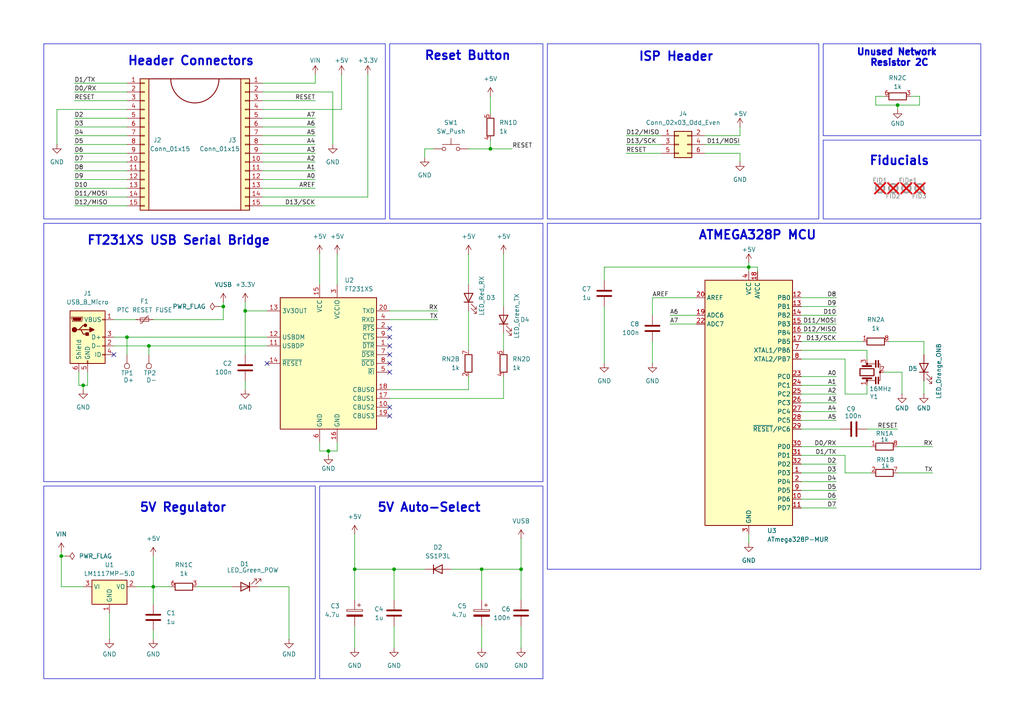
<source format=kicad_sch>
(kicad_sch (version 20250114) (generator "eeschema") (generator_version "9.0")
  (paper "A4")
  (lib_symbols
    (symbol "Connector:TestPoint" (pin_numbers (hide yes)) (pin_names (offset 0.762) (hide yes))
      (property "Reference" "TP" (at 0 6.858 0))
      (property "Value" "TestPoint" (at 0 5.08 0))
      (symbol "TestPoint_1_1"
        (pin passive line (at 0 0 90) (length 2.54) (name "1") (number "1"))
      )
    )
    (symbol "Connector:USB_B_Micro" (pin_names (offset 1.016))
      (property "Reference" "J" (at -5.08 11.43 0))
      (property "Value" "USB_B_Micro" (at -5.08 8.89 0))
      (symbol "USB_B_Micro_1_1"
        (pin passive line (at -2.54 -10.16 90) (length 2.54) (name "Shield") (number "6"))
        (pin power_out line (at 0 -10.16 90) (length 2.54) (name "GND") (number "5"))
        (pin power_out line (at 7.62 5.08 180) (length 2.54) (name "VBUS") (number "1"))
        (pin bidirectional line (at 7.62 0 180) (length 2.54) (name "D+") (number "3"))
        (pin bidirectional line (at 7.62 -2.54 180) (length 2.54) (name "D-") (number "2"))
        (pin passive line (at 7.62 -5.08 180) (length 2.54) (name "ID") (number "4"))
      )
    )
    (symbol "Connector_Generic:Conn_01x15" (pin_names (offset 1.016) (hide yes))
      (property "Reference" "J" (at 0 20.32 0))
      (property "Value" "Conn_01x15" (at 0 -20.32 0))
      (symbol "Conn_01x15_1_1"
        (pin passive line (at -5.08 17.78 0) (length 3.81) (name "Pin_1") (number "1"))
        (pin passive line (at -5.08 15.24 0) (length 3.81) (name "Pin_2") (number "2"))
        (pin passive line (at -5.08 12.7 0) (length 3.81) (name "Pin_3") (number "3"))
        (pin passive line (at -5.08 10.16 0) (length 3.81) (name "Pin_4") (number "4"))
        (pin passive line (at -5.08 7.62 0) (length 3.81) (name "Pin_5") (number "5"))
        (pin passive line (at -5.08 5.08 0) (length 3.81) (name "Pin_6") (number "6"))
        (pin passive line (at -5.08 2.54 0) (length 3.81) (name "Pin_7") (number "7"))
        (pin passive line (at -5.08 0 0) (length 3.81) (name "Pin_8") (number "8"))
        (pin passive line (at -5.08 -2.54 0) (length 3.81) (name "Pin_9") (number "9"))
        (pin passive line (at -5.08 -5.08 0) (length 3.81) (name "Pin_10") (number "10"))
        (pin passive line (at -5.08 -7.62 0) (length 3.81) (name "Pin_11") (number "11"))
        (pin passive line (at -5.08 -10.16 0) (length 3.81) (name "Pin_12") (number "12"))
        (pin passive line (at -5.08 -12.7 0) (length 3.81) (name "Pin_13") (number "13"))
        (pin passive line (at -5.08 -15.24 0) (length 3.81) (name "Pin_14") (number "14"))
        (pin passive line (at -5.08 -17.78 0) (length 3.81) (name "Pin_15") (number "15"))
      )
    )
    (symbol "Connector_Generic:Conn_02x03_Odd_Even" (pin_names (offset 1.016) (hide yes))
      (property "Reference" "J" (at 1.27 5.08 0))
      (property "Value" "Conn_02x03_Odd_Even" (at 1.27 -5.08 0))
      (symbol "Conn_02x03_Odd_Even_1_1"
        (pin passive line (at -5.08 2.54 0) (length 3.81) (name "Pin_1") (number "1"))
        (pin passive line (at -5.08 0 0) (length 3.81) (name "Pin_3") (number "3"))
        (pin passive line (at -5.08 -2.54 0) (length 3.81) (name "Pin_5") (number "5"))
        (pin passive line (at 7.62 2.54 180) (length 3.81) (name "Pin_2") (number "2"))
        (pin passive line (at 7.62 0 180) (length 3.81) (name "Pin_4") (number "4"))
        (pin passive line (at 7.62 -2.54 180) (length 3.81) (name "Pin_6") (number "6"))
      )
    )
    (symbol "Device:C" (pin_numbers (hide yes)) (pin_names (offset 0.254))
      (property "Reference" "C" (at 0.635 2.54 0))
      (property "Value" "C" (at 0.635 -2.54 0))
      (symbol "C_1_1"
        (pin passive line (at 0 3.81 270) (length 2.794) (name "~") (number "1"))
        (pin passive line (at 0 -3.81 90) (length 2.794) (name "~") (number "2"))
      )
    )
    (symbol "Device:C_Polarized" (pin_numbers (hide yes)) (pin_names (offset 0.254))
      (property "Reference" "C" (at 0.635 2.54 0))
      (property "Value" "C_Polarized" (at 0.635 -2.54 0))
      (symbol "C_Polarized_1_1"
        (pin passive line (at 0 3.81 270) (length 2.794) (name "~") (number "1"))
        (pin passive line (at 0 -3.81 90) (length 2.794) (name "~") (number "2"))
      )
    )
    (symbol "Device:D" (pin_numbers (hide yes)) (pin_names (offset 1.016) (hide yes))
      (property "Reference" "D" (at 0 2.54 0))
      (property "Value" "D" (at 0 -2.54 0))
      (symbol "D_1_1"
        (pin passive line (at -3.81 0 0) (length 2.54) (name "K") (number "1"))
        (pin passive line (at 3.81 0 180) (length 2.54) (name "A") (number "2"))
      )
    )
    (symbol "Device:LED" (pin_numbers (hide yes)) (pin_names (offset 1.016) (hide yes))
      (property "Reference" "D" (at 0 2.54 0))
      (property "Value" "LED" (at 0 -2.54 0))
      (symbol "LED_1_1"
        (pin passive line (at -3.81 0 0) (length 2.54) (name "K") (number "1"))
        (pin passive line (at 3.81 0 180) (length 2.54) (name "A") (number "2"))
      )
    )
    (symbol "Device:Polyfuse_Small" (pin_numbers (hide yes)) (pin_names (offset 0))
      (property "Reference" "F" (at -1.905 0 90))
      (property "Value" "Polyfuse_Small" (at 1.905 0 90))
      (symbol "Polyfuse_Small_1_1"
        (pin passive line (at 0 2.54 270) (length 0.635) (name "~") (number "1"))
        (pin passive line (at 0 -2.54 90) (length 0.635) (name "~") (number "2"))
      )
    )
    (symbol "Device:R_Pack04_Split" (pin_names (offset 0) (hide yes))
      (property "Reference" "RN" (at 2.032 0 90))
      (property "Value" "R_Pack04_Split" (at 0 0 90))
      (symbol "R_Pack04_Split_1_1"
        (pin passive line (at 0 3.81 270) (length 1.27) (name "R1.2") (number "8"))
        (pin passive line (at 0 -3.81 90) (length 1.27) (name "R1.1") (number "1"))
      )
      (symbol "R_Pack04_Split_2_1"
        (pin passive line (at 0 3.81 270) (length 1.27) (name "R2.2") (number "7"))
        (pin passive line (at 0 -3.81 90) (length 1.27) (name "R2.1") (number "2"))
      )
      (symbol "R_Pack04_Split_3_1"
        (pin passive line (at 0 3.81 270) (length 1.27) (name "R3.2") (number "6"))
        (pin passive line (at 0 -3.81 90) (length 1.27) (name "R3.1") (number "3"))
      )
      (symbol "R_Pack04_Split_4_1"
        (pin passive line (at 0 3.81 270) (length 1.27) (name "R4.2") (number "5"))
        (pin passive line (at 0 -3.81 90) (length 1.27) (name "R4.1") (number "4"))
      )
    )
    (symbol "Device:Resonator" (pin_names (offset 1.016) (hide yes))
      (property "Reference" "Y" (at 0 5.715 0))
      (property "Value" "Resonator" (at 0 3.81 0))
      (symbol "Resonator_1_1"
        (pin passive line (at -3.81 0 0) (length 1.27) (name "1") (number "1"))
        (pin passive line (at 0 -5.08 90) (length 1.27) (name "2") (number "2"))
        (pin passive line (at 3.81 0 180) (length 1.27) (name "3") (number "3"))
      )
    )
    (symbol "Interface_USB:FT231XS"
      (property "Reference" "U" (at -13.97 20.32 0))
      (property "Value" "FT231XS" (at 7.62 20.32 0))
      (symbol "FT231XS_1_1"
        (pin power_out line (at -17.78 15.24 0) (length 3.81) (name "3V3OUT") (number "13"))
        (pin bidirectional line (at -17.78 7.62 0) (length 3.81) (name "USBDM") (number "12"))
        (pin bidirectional line (at -17.78 5.08 0) (length 3.81) (name "USBDP") (number "11"))
        (pin input line (at -17.78 0 0) (length 3.81) (name "~{RESET}") (number "14"))
        (pin power_in line (at -2.54 22.86 270) (length 3.81) (name "VCC") (number "15"))
        (pin power_in line (at -2.54 -22.86 90) (length 3.81) (name "GND") (number "6"))
        (pin power_in line (at 2.54 22.86 270) (length 3.81) (name "VCCIO") (number "3"))
        (pin power_in line (at 2.54 -22.86 90) (length 3.81) (name "GND") (number "16"))
        (pin output line (at 17.78 15.24 180) (length 3.81) (name "TXD") (number "20"))
        (pin input line (at 17.78 12.7 180) (length 3.81) (name "RXD") (number "4"))
        (pin output line (at 17.78 10.16 180) (length 3.81) (name "~{RTS}") (number "2"))
        (pin input line (at 17.78 7.62 180) (length 3.81) (name "~{CTS}") (number "9"))
        (pin output line (at 17.78 5.08 180) (length 3.81) (name "~{DTR}") (number "1"))
        (pin input line (at 17.78 2.54 180) (length 3.81) (name "~{DSR}") (number "7"))
        (pin input line (at 17.78 0 180) (length 3.81) (name "~{DCD}") (number "8"))
        (pin input line (at 17.78 -2.54 180) (length 3.81) (name "~{RI}") (number "5"))
        (pin bidirectional line (at 17.78 -7.62 180) (length 3.81) (name "CBUS0") (number "18"))
        (pin bidirectional line (at 17.78 -10.16 180) (length 3.81) (name "CBUS1") (number "17"))
        (pin bidirectional line (at 17.78 -12.7 180) (length 3.81) (name "CBUS2") (number "10"))
        (pin bidirectional line (at 17.78 -15.24 180) (length 3.81) (name "CBUS3") (number "19"))
      )
    )
    (symbol "MCU_Microchip_ATmega:ATmega328P-M"
      (property "Reference" "U" (at -12.7 36.83 0))
      (property "Value" "ATmega328P-M" (at 2.54 -36.83 0))
      (symbol "ATmega328P-M_1_1"
        (pin passive line (at -15.24 30.48 0) (length 2.54) (name "AREF") (number "20"))
        (pin input line (at -15.24 25.4 0) (length 2.54) (name "ADC6") (number "19"))
        (pin input line (at -15.24 22.86 0) (length 2.54) (name "ADC7") (number "22"))
        (pin power_in line (at 0 38.1 270) (length 2.54) (name "VCC") (number "4"))
        (pin passive line (at 0 38.1 270) (length 2.54) (hide yes) (name "VCC") (number "6"))
        (pin passive line (at 0 -38.1 90) (length 2.54) (hide yes) (name "GND") (number "21"))
        (pin power_in line (at 0 -38.1 90) (length 2.54) (name "GND") (number "3"))
        (pin passive line (at 0 -38.1 90) (length 2.54) (hide yes) (name "GND") (number "33"))
        (pin passive line (at 0 -38.1 90) (length 2.54) (hide yes) (name "GND") (number "5"))
        (pin power_in line (at 2.54 38.1 270) (length 2.54) (name "AVCC") (number "18"))
        (pin bidirectional line (at 15.24 30.48 180) (length 2.54) (name "PB0") (number "12"))
        (pin bidirectional line (at 15.24 27.94 180) (length 2.54) (name "PB1") (number "13"))
        (pin bidirectional line (at 15.24 25.4 180) (length 2.54) (name "PB2") (number "14"))
        (pin bidirectional line (at 15.24 22.86 180) (length 2.54) (name "PB3") (number "15"))
        (pin bidirectional line (at 15.24 20.32 180) (length 2.54) (name "PB4") (number "16"))
        (pin bidirectional line (at 15.24 17.78 180) (length 2.54) (name "PB5") (number "17"))
        (pin bidirectional line (at 15.24 15.24 180) (length 2.54) (name "XTAL1/PB6") (number "7"))
        (pin bidirectional line (at 15.24 12.7 180) (length 2.54) (name "XTAL2/PB7") (number "8"))
        (pin bidirectional line (at 15.24 7.62 180) (length 2.54) (name "PC0") (number "23"))
        (pin bidirectional line (at 15.24 5.08 180) (length 2.54) (name "PC1") (number "24"))
        (pin bidirectional line (at 15.24 2.54 180) (length 2.54) (name "PC2") (number "25"))
        (pin bidirectional line (at 15.24 0 180) (length 2.54) (name "PC3") (number "26"))
        (pin bidirectional line (at 15.24 -2.54 180) (length 2.54) (name "PC4") (number "27"))
        (pin bidirectional line (at 15.24 -5.08 180) (length 2.54) (name "PC5") (number "28"))
        (pin bidirectional line (at 15.24 -7.62 180) (length 2.54) (name "~{RESET}/PC6") (number "29"))
        (pin bidirectional line (at 15.24 -12.7 180) (length 2.54) (name "PD0") (number "30"))
        (pin bidirectional line (at 15.24 -15.24 180) (length 2.54) (name "PD1") (number "31"))
        (pin bidirectional line (at 15.24 -17.78 180) (length 2.54) (name "PD2") (number "32"))
        (pin bidirectional line (at 15.24 -20.32 180) (length 2.54) (name "PD3") (number "1"))
        (pin bidirectional line (at 15.24 -22.86 180) (length 2.54) (name "PD4") (number "2"))
        (pin bidirectional line (at 15.24 -25.4 180) (length 2.54) (name "PD5") (number "9"))
        (pin bidirectional line (at 15.24 -27.94 180) (length 2.54) (name "PD6") (number "10"))
        (pin bidirectional line (at 15.24 -30.48 180) (length 2.54) (name "PD7") (number "11"))
      )
    )
    (symbol "Mechanical:Fiducial" (in_bom no)
      (property "Reference" "FID" (at 0 5.08 0))
      (property "Value" "Fiducial" (at 0 3.175 0))
    )
    (symbol "Regulator_Linear:LM1117MP-5.0"
      (property "Reference" "U" (at -3.81 3.175 0))
      (property "Value" "LM1117MP-5.0" (at 0 3.175 0))
      (symbol "LM1117MP-5.0_1_1"
        (pin power_in line (at -7.62 0 0) (length 2.54) (name "VI") (number "3"))
        (pin power_in line (at 0 -7.62 90) (length 2.54) (name "GND") (number "1"))
        (pin power_out line (at 7.62 0 180) (length 2.54) (name "VO") (number "2"))
      )
    )
    (symbol "Switch:SW_Push" (pin_numbers (hide yes)) (pin_names (offset 1.016) (hide yes))
      (property "Reference" "SW" (at 1.27 2.54 0))
      (property "Value" "SW_Push" (at 0 -1.524 0))
      (symbol "SW_Push_0_1"
        (pin passive line (at -5.08 0 0) (length 2.54) (name "1") (number "1"))
        (pin passive line (at 5.08 0 180) (length 2.54) (name "2") (number "2"))
      )
    )
    (symbol "power:+3.3V" (power) (pin_numbers (hide yes)) (pin_names (offset 0) (hide yes))
      (property "Value" "+3.3V" (at 0 3.556 0))
      (symbol "+3.3V_1_1"
        (pin power_in line (at 0 0 90) (length 0) (name "~") (number "1"))
      )
    )
    (symbol "power:+5V" (power) (pin_numbers (hide yes)) (pin_names (offset 0) (hide yes))
      (property "Value" "+5V" (at 0 3.556 0))
      (symbol "+5V_1_1"
        (pin power_in line (at 0 0 90) (length 0) (name "~") (number "1"))
      )
    )
    (symbol "power:GND" (power) (pin_numbers (hide yes)) (pin_names (offset 0) (hide yes))
      (property "Value" "GND" (at 0 -3.81 0))
      (symbol "GND_1_1"
        (pin power_in line (at 0 0 270) (length 0) (name "~") (number "1"))
      )
    )
    (symbol "power:PWR_FLAG" (power) (pin_numbers (hide yes)) (pin_names (offset 0) (hide yes))
      (property "Value" "PWR_FLAG" (at 0 3.81 0))
      (symbol "PWR_FLAG_0_0"
        (pin power_out line (at 0 0 90) (length 0) (name "~") (number "1"))
      )
    )
    (symbol "power:VAA" (power) (pin_numbers (hide yes)) (pin_names (offset 0) (hide yes))
      (property "Value" "VAA" (at 0 3.556 0))
      (symbol "VAA_1_1"
        (pin power_in line (at 0 0 90) (length 0) (name "~") (number "1"))
      )
    )
    (symbol "power:VBUS" (power) (pin_numbers (hide yes)) (pin_names (offset 0) (hide yes))
      (property "Value" "VBUS" (at 0 3.556 0))
      (symbol "VBUS_1_1"
        (pin power_in line (at 0 0 90) (length 0) (name "~") (number "1"))
      )
    )
  )
  (rectangle (start 158.75 64.77) (end 284.48 165.1))
  (rectangle (start 12.7 12.7) (end 111.76 63.5))
  (rectangle (start 238.76 12.7) (end 284.48 39.37))
  (arc (start 63.5 22.86) (mid 56.515 29.845) (end 49.53 22.86) (stroke (width 0.254) (color 132 0 0 1)))
  (rectangle (start 238.76 40.64) (end 284.48 63.5))
  (rectangle (start 113.03 12.7) (end 157.48 63.5))
  (rectangle (start 12.7 64.77) (end 157.48 139.7))
  (rectangle (start 158.75 12.7) (end 237.49 63.5))
  (rectangle (start 92.71 140.97) (end 157.48 196.85))
  (rectangle (start 12.7 140.97) (end 91.44 196.85))
  (text "Header Connectors" (at 55.372 17.78 0) (effects (font (size 2.54 2.54) (thickness 0.508) (bold yes))))
  (text "ATMEGA328P MCU" (at 219.71 68.326 0) (effects (font (size 2.54 2.54) (thickness 0.508) (bold yes))))
  (text "5V Auto-Select" (at 124.46 147.32 0) (effects (font (size 2.54 2.54) (thickness 0.508) (bold yes))))
  (text "FT231XS USB Serial Bridge" (at 51.816 69.85 0) (effects (font (size 2.54 2.54) (thickness 0.508) (bold yes))))
  (text "ISP Header" (at 196.088 16.51 0) (effects (font (size 2.54 2.54) (thickness 0.508) (bold yes))))
  (text "5V Regulator" (at 53.086 147.32 0) (effects (font (size 2.54 2.54) (thickness 0.508) (bold yes))))
  (text "Reset Button" (at 135.636 16.256 0) (effects (font (size 2.54 2.54) (thickness 0.508) (bold yes))))
  (text "Fiducials\n" (at 260.858 46.736 0) (effects (font (size 2.54 2.54) (thickness 0.508) (bold yes))))
  (text "Unused Network \nResistor 2C" (at 260.858 16.764 0) (effects (font (size 1.905 1.905) (thickness 0.508) (bold yes))))
  (junction (at 260.35 30.48))
  (junction (at 151.13 165.1))
  (junction (at 43.18 100.33))
  (junction (at 114.3 165.1))
  (junction (at 142.24 43.18))
  (junction (at 44.45 170.18))
  (junction (at 71.12 90.17))
  (junction (at 217.17 77.47))
  (junction (at 17.78 161.29))
  (junction (at 139.7 165.1))
  (junction (at 24.13 111.76))
  (junction (at 102.87 165.1))
  (junction (at 64.77 88.9))
  (junction (at 36.83 97.79))
  (junction (at 95.25 130.81))
  (no_connect (at 113.03 105.41))
  (no_connect (at 77.47 105.41))
  (no_connect (at 113.03 97.79))
  (no_connect (at 113.03 102.87))
  (no_connect (at 113.03 107.95))
  (no_connect (at 33.02 102.87))
  (no_connect (at 113.03 118.11))
  (no_connect (at 113.03 120.65))
  (no_connect (at 113.03 100.33))
  (no_connect (at 113.03 95.25))
  (wire (pts (xy 44.45 170.18) (xy 44.45 175.26)))
  (wire (pts (xy 44.45 185.42) (xy 44.45 182.88)))
  (wire (pts (xy 21.59 52.07) (xy 36.83 52.07)))
  (wire (pts (xy 243.84 124.46) (xy 232.41 124.46)))
  (wire (pts (xy 251.46 101.6) (xy 251.46 104.14)))
  (wire (pts (xy 142.24 43.18) (xy 142.24 40.64)))
  (wire (pts (xy 201.93 93.98) (xy 194.31 93.98)))
  (wire (pts (xy 76.2 57.15) (xy 106.68 57.15)))
  (wire (pts (xy 22.86 111.76) (xy 24.13 111.76)))
  (wire (pts (xy 232.41 88.9) (xy 242.57 88.9)))
  (wire (pts (xy 245.11 114.3) (xy 251.46 114.3)))
  (wire (pts (xy 91.44 24.13) (xy 91.44 21.59)))
  (wire (pts (xy 95.25 130.81) (xy 97.79 130.81)))
  (wire (pts (xy 232.41 139.7) (xy 242.57 139.7)))
  (wire (pts (xy 97.79 73.66) (xy 97.79 82.55)))
  (wire (pts (xy 135.89 73.66) (xy 135.89 82.55)))
  (wire (pts (xy 260.35 31.75) (xy 260.35 30.48)))
  (wire (pts (xy 214.63 46.99) (xy 214.63 44.45)))
  (wire (pts (xy 16.51 31.75) (xy 36.83 31.75)))
  (wire (pts (xy 232.41 147.32) (xy 242.57 147.32)))
  (wire (pts (xy 151.13 173.99) (xy 151.13 165.1)))
  (wire (pts (xy 102.87 154.94) (xy 102.87 165.1)))
  (wire (pts (xy 260.35 137.16) (xy 270.51 137.16)))
  (wire (pts (xy 232.41 104.14) (xy 245.11 104.14)))
  (wire (pts (xy 123.19 43.18) (xy 125.73 43.18)))
  (wire (pts (xy 21.59 39.37) (xy 36.83 39.37)))
  (wire (pts (xy 57.15 170.18) (xy 67.31 170.18)))
  (wire (pts (xy 146.05 115.57) (xy 146.05 109.22)))
  (wire (pts (xy 189.23 86.36) (xy 189.23 91.44)))
  (wire (pts (xy 99.06 31.75) (xy 99.06 21.59)))
  (wire (pts (xy 266.7 30.48) (xy 260.35 30.48)))
  (wire (pts (xy 44.45 161.29) (xy 44.45 170.18)))
  (wire (pts (xy 76.2 44.45) (xy 91.44 44.45)))
  (wire (pts (xy 251.46 114.3) (xy 251.46 111.76)))
  (wire (pts (xy 245.11 104.14) (xy 245.11 114.3)))
  (wire (pts (xy 232.41 137.16) (xy 242.57 137.16)))
  (wire (pts (xy 191.77 39.37) (xy 181.61 39.37)))
  (wire (pts (xy 76.2 52.07) (xy 91.44 52.07)))
  (wire (pts (xy 260.35 30.48) (xy 254 30.48)))
  (wire (pts (xy 102.87 165.1) (xy 114.3 165.1)))
  (wire (pts (xy 217.17 154.94) (xy 217.17 157.48)))
  (wire (pts (xy 21.59 41.91) (xy 36.83 41.91)))
  (wire (pts (xy 232.41 142.24) (xy 242.57 142.24)))
  (wire (pts (xy 260.35 129.54) (xy 270.51 129.54)))
  (wire (pts (xy 76.2 34.29) (xy 91.44 34.29)))
  (wire (pts (xy 64.77 88.9) (xy 64.77 92.71)))
  (wire (pts (xy 33.02 92.71) (xy 39.37 92.71)))
  (wire (pts (xy 91.44 46.99) (xy 76.2 46.99)))
  (wire (pts (xy 232.41 114.3) (xy 242.57 114.3)))
  (wire (pts (xy 21.59 44.45) (xy 36.83 44.45)))
  (wire (pts (xy 76.2 41.91) (xy 91.44 41.91)))
  (wire (pts (xy 63.5 88.9) (xy 64.77 88.9)))
  (wire (pts (xy 21.59 24.13) (xy 36.83 24.13)))
  (wire (pts (xy 135.89 113.03) (xy 135.89 109.22)))
  (wire (pts (xy 76.2 39.37) (xy 91.44 39.37)))
  (wire (pts (xy 24.13 111.76) (xy 24.13 113.03)))
  (wire (pts (xy 36.83 46.99) (xy 21.59 46.99)))
  (wire (pts (xy 16.51 31.75) (xy 16.51 41.91)))
  (wire (pts (xy 151.13 181.61) (xy 151.13 187.96)))
  (wire (pts (xy 266.7 27.94) (xy 264.16 27.94)))
  (wire (pts (xy 92.71 130.81) (xy 92.71 128.27)))
  (wire (pts (xy 113.03 113.03) (xy 135.89 113.03)))
  (wire (pts (xy 83.82 170.18) (xy 83.82 185.42)))
  (wire (pts (xy 232.41 144.78) (xy 242.57 144.78)))
  (wire (pts (xy 232.41 121.92) (xy 242.57 121.92)))
  (wire (pts (xy 217.17 77.47) (xy 217.17 76.2)))
  (wire (pts (xy 204.47 41.91) (xy 214.63 41.91)))
  (wire (pts (xy 254 27.94) (xy 256.54 27.94)))
  (wire (pts (xy 114.3 165.1) (xy 123.19 165.1)))
  (wire (pts (xy 217.17 77.47) (xy 219.71 77.47)))
  (wire (pts (xy 64.77 92.71) (xy 44.45 92.71)))
  (wire (pts (xy 19.05 161.29) (xy 17.78 161.29)))
  (wire (pts (xy 175.26 88.9) (xy 175.26 105.41)))
  (wire (pts (xy 33.02 100.33) (xy 43.18 100.33)))
  (wire (pts (xy 127 90.17) (xy 113.03 90.17)))
  (wire (pts (xy 22.86 107.95) (xy 22.86 111.76)))
  (wire (pts (xy 36.83 97.79) (xy 77.47 97.79)))
  (wire (pts (xy 142.24 43.18) (xy 148.59 43.18)))
  (wire (pts (xy 261.62 107.95) (xy 261.62 114.3)))
  (wire (pts (xy 232.41 91.44) (xy 242.57 91.44)))
  (wire (pts (xy 71.12 90.17) (xy 71.12 102.87)))
  (wire (pts (xy 146.05 96.52) (xy 146.05 101.6)))
  (wire (pts (xy 232.41 86.36) (xy 242.57 86.36)))
  (wire (pts (xy 31.75 177.8) (xy 31.75 185.42)))
  (wire (pts (xy 21.59 36.83) (xy 36.83 36.83)))
  (wire (pts (xy 21.59 29.21) (xy 36.83 29.21)))
  (wire (pts (xy 232.41 119.38) (xy 242.57 119.38)))
  (wire (pts (xy 17.78 170.18) (xy 17.78 161.29)))
  (wire (pts (xy 76.2 26.67) (xy 96.52 26.67)))
  (wire (pts (xy 123.19 43.18) (xy 123.19 45.72)))
  (wire (pts (xy 25.4 107.95) (xy 25.4 111.76)))
  (wire (pts (xy 232.41 111.76) (xy 242.57 111.76)))
  (wire (pts (xy 24.13 170.18) (xy 17.78 170.18)))
  (wire (pts (xy 267.97 102.87) (xy 267.97 99.06)))
  (wire (pts (xy 175.26 77.47) (xy 217.17 77.47)))
  (wire (pts (xy 232.41 129.54) (xy 252.73 129.54)))
  (wire (pts (xy 21.59 54.61) (xy 36.83 54.61)))
  (wire (pts (xy 76.2 36.83) (xy 91.44 36.83)))
  (wire (pts (xy 92.71 130.81) (xy 95.25 130.81)))
  (wire (pts (xy 76.2 59.69) (xy 91.44 59.69)))
  (wire (pts (xy 44.45 170.18) (xy 49.53 170.18)))
  (wire (pts (xy 232.41 99.06) (xy 250.19 99.06)))
  (wire (pts (xy 135.89 43.18) (xy 142.24 43.18)))
  (wire (pts (xy 43.18 100.33) (xy 77.47 100.33)))
  (wire (pts (xy 130.81 165.1) (xy 139.7 165.1)))
  (wire (pts (xy 71.12 87.63) (xy 71.12 90.17)))
  (wire (pts (xy 76.2 29.21) (xy 91.44 29.21)))
  (wire (pts (xy 175.26 81.28) (xy 175.26 77.47)))
  (wire (pts (xy 21.59 34.29) (xy 36.83 34.29)))
  (wire (pts (xy 214.63 44.45) (xy 204.47 44.45)))
  (wire (pts (xy 201.93 86.36) (xy 189.23 86.36)))
  (wire (pts (xy 245.11 137.16) (xy 245.11 132.08)))
  (wire (pts (xy 43.18 100.33) (xy 43.18 102.87)))
  (wire (pts (xy 97.79 128.27) (xy 97.79 130.81)))
  (wire (pts (xy 76.2 54.61) (xy 91.44 54.61)))
  (wire (pts (xy 232.41 101.6) (xy 251.46 101.6)))
  (wire (pts (xy 39.37 170.18) (xy 44.45 170.18)))
  (wire (pts (xy 21.59 26.67) (xy 36.83 26.67)))
  (wire (pts (xy 102.87 181.61) (xy 102.87 187.96)))
  (wire (pts (xy 254 30.48) (xy 254 27.94)))
  (polyline (pts (xy 43.18 60.96) (xy 69.85 60.96)) (stroke (width 0.254) (type solid) (color 132 0 0 1)))
  (wire (pts (xy 232.41 109.22) (xy 242.57 109.22)))
  (wire (pts (xy 189.23 99.06) (xy 189.23 105.41)))
  (polyline (pts (xy 43.18 22.86) (xy 69.85 22.86)) (stroke (width 0.254) (type solid) (color 132 0 0 1)))
  (wire (pts (xy 267.97 99.06) (xy 257.81 99.06)))
  (wire (pts (xy 151.13 156.21) (xy 151.13 165.1)))
  (wire (pts (xy 21.59 59.69) (xy 36.83 59.69)))
  (wire (pts (xy 96.52 26.67) (xy 96.52 41.91)))
  (wire (pts (xy 74.93 170.18) (xy 83.82 170.18)))
  (wire (pts (xy 267.97 110.49) (xy 267.97 114.3)))
  (wire (pts (xy 232.41 116.84) (xy 242.57 116.84)))
  (wire (pts (xy 33.02 97.79) (xy 36.83 97.79)))
  (wire (pts (xy 232.41 93.98) (xy 242.57 93.98)))
  (wire (pts (xy 217.17 78.74) (xy 217.17 77.47)))
  (wire (pts (xy 146.05 73.66) (xy 146.05 88.9)))
  (wire (pts (xy 232.41 96.52) (xy 242.57 96.52)))
  (wire (pts (xy 36.83 97.79) (xy 36.83 102.87)))
  (wire (pts (xy 191.77 41.91) (xy 181.61 41.91)))
  (wire (pts (xy 219.71 78.74) (xy 219.71 77.47)))
  (wire (pts (xy 245.11 137.16) (xy 252.73 137.16)))
  (wire (pts (xy 76.2 49.53) (xy 91.44 49.53)))
  (wire (pts (xy 71.12 90.17) (xy 77.47 90.17)))
  (wire (pts (xy 151.13 165.1) (xy 139.7 165.1)))
  (wire (pts (xy 21.59 57.15) (xy 36.83 57.15)))
  (wire (pts (xy 24.13 111.76) (xy 25.4 111.76)))
  (wire (pts (xy 181.61 44.45) (xy 191.77 44.45)))
  (wire (pts (xy 232.41 134.62) (xy 242.57 134.62)))
  (wire (pts (xy 17.78 161.29) (xy 17.78 160.02)))
  (wire (pts (xy 214.63 36.83) (xy 214.63 39.37)))
  (wire (pts (xy 139.7 173.99) (xy 139.7 165.1)))
  (wire (pts (xy 95.25 130.81) (xy 95.25 132.08)))
  (wire (pts (xy 214.63 39.37) (xy 204.47 39.37)))
  (wire (pts (xy 92.71 73.66) (xy 92.71 82.55)))
  (wire (pts (xy 71.12 110.49) (xy 71.12 113.03)))
  (wire (pts (xy 102.87 173.99) (xy 102.87 165.1)))
  (wire (pts (xy 127 92.71) (xy 113.03 92.71)))
  (wire (pts (xy 139.7 181.61) (xy 139.7 187.96)))
  (wire (pts (xy 256.54 107.95) (xy 261.62 107.95)))
  (wire (pts (xy 114.3 181.61) (xy 114.3 187.96)))
  (wire (pts (xy 260.35 124.46) (xy 251.46 124.46)))
  (wire (pts (xy 76.2 24.13) (xy 91.44 24.13)))
  (wire (pts (xy 245.11 132.08) (xy 232.41 132.08)))
  (wire (pts (xy 113.03 115.57) (xy 146.05 115.57)))
  (wire (pts (xy 21.59 49.53) (xy 36.83 49.53)))
  (wire (pts (xy 106.68 57.15) (xy 106.68 21.59)))
  (wire (pts (xy 201.93 91.44) (xy 194.31 91.44)))
  (wire (pts (xy 266.7 27.94) (xy 266.7 30.48)))
  (wire (pts (xy 135.89 90.17) (xy 135.89 101.6)))
  (wire (pts (xy 142.24 33.02) (xy 142.24 27.94)))
  (wire (pts (xy 76.2 31.75) (xy 99.06 31.75)))
  (wire (pts (xy 64.77 87.63) (xy 64.77 88.9)))
  (wire (pts (xy 114.3 173.99) (xy 114.3 165.1)))
  (label "D5" (at 21.59 41.91 0) (effects (font (size 1.2446 1.2446))))
  (label "A2" (at 242.57 114.3 180) (effects (font (size 1.2446 1.2446))))
  (label "A1" (at 91.44 49.53 180) (effects (font (size 1.2446 1.2446))))
  (label "RESET" (at 148.59 43.18 0) (effects (font (size 1.2446 1.2446))))
  (label "A6" (at 194.31 91.44 0) (effects (font (size 1.2446 1.2446))))
  (label "A6" (at 91.44 36.83 180) (effects (font (size 1.2446 1.2446))))
  (label "RESET" (at 181.61 44.45 0) (effects (font (size 1.2446 1.2446))))
  (label "D13/SCK" (at 242.57 99.06 180) (effects (font (size 1.2446 1.2446))))
  (label "A5" (at 242.57 121.92 180) (effects (font (size 1.2446 1.2446))))
  (label "D10" (at 242.57 91.44 180) (effects (font (size 1.2446 1.2446))))
  (label "A3" (at 91.44 44.45 180) (effects (font (size 1.2446 1.2446))))
  (label "RX" (at 270.51 129.54 180) (effects (font (size 1.2446 1.2446))))
  (label "A7" (at 91.44 34.29 180) (effects (font (size 1.2446 1.2446))))
  (label "D11/MOSI" (at 242.57 93.98 180) (effects (font (size 1.2446 1.2446))))
  (label "D0/RX" (at 21.59 26.67 0) (effects (font (size 1.2446 1.2446))))
  (label "TX" (at 127 92.71 180) (effects (font (size 1.2446 1.2446))))
  (label "D3" (at 242.57 137.16 180) (effects (font (size 1.2446 1.2446))))
  (label "RESET" (at 21.59 29.21 0) (effects (font (size 1.2446 1.2446))))
  (label "D0/RX" (at 242.57 129.54 180) (effects (font (size 1.2446 1.2446))))
  (label "D2" (at 21.59 34.29 0) (effects (font (size 1.2446 1.2446))))
  (label "A1" (at 242.57 111.76 180) (effects (font (size 1.2446 1.2446))))
  (label "D6" (at 242.57 144.78 180) (effects (font (size 1.2446 1.2446))))
  (label "D12/MISO" (at 21.59 59.69 0) (effects (font (size 1.2446 1.2446))))
  (label "RX" (at 127 90.17 180) (effects (font (size 1.2446 1.2446))))
  (label "A5" (at 91.44 39.37 180) (effects (font (size 1.2446 1.2446))))
  (label "D11/MOSI" (at 214.63 41.91 180) (effects (font (size 1.2446 1.2446))))
  (label "D7" (at 21.59 46.99 0) (effects (font (size 1.2446 1.2446))))
  (label "D10" (at 21.59 54.61 0) (effects (font (size 1.2446 1.2446))))
  (label "D13/SCK" (at 181.61 41.91 0) (effects (font (size 1.2446 1.2446))))
  (label "RESET" (at 260.35 124.46 180) (effects (font (size 1.2446 1.2446))))
  (label "A4" (at 242.57 119.38 180) (effects (font (size 1.2446 1.2446))))
  (label "D1/TX" (at 21.59 24.13 0) (effects (font (size 1.2446 1.2446))))
  (label "AREF" (at 189.23 86.36 0) (effects (font (size 1.2446 1.2446))))
  (label "TX" (at 270.51 137.16 180) (effects (font (size 1.2446 1.2446))))
  (label "D12/MISO" (at 242.57 96.52 180) (effects (font (size 1.2446 1.2446))))
  (label "A0" (at 91.44 52.07 180) (effects (font (size 1.2446 1.2446))))
  (label "D2" (at 242.57 134.62 180) (effects (font (size 1.2446 1.2446))))
  (label "D8" (at 21.59 49.53 0) (effects (font (size 1.2446 1.2446))))
  (label "D9" (at 21.59 52.07 0) (effects (font (size 1.2446 1.2446))))
  (label "D8" (at 242.57 86.36 180) (effects (font (size 1.2446 1.2446))))
  (label "D12/MISO" (at 181.61 39.37 0) (effects (font (size 1.2446 1.2446))))
  (label "A7" (at 194.31 93.98 0) (effects (font (size 1.2446 1.2446))))
  (label "D7" (at 242.57 147.32 180) (effects (font (size 1.2446 1.2446))))
  (label "A3" (at 242.57 116.84 180) (effects (font (size 1.2446 1.2446))))
  (label "A4" (at 91.44 41.91 180) (effects (font (size 1.2446 1.2446))))
  (label "D4" (at 21.59 39.37 0) (effects (font (size 1.2446 1.2446))))
  (label "A0" (at 242.57 109.22 180) (effects (font (size 1.2446 1.2446))))
  (label "D13/SCK" (at 91.44 59.69 180) (effects (font (size 1.2446 1.2446))))
  (label "A2" (at 91.44 46.99 180) (effects (font (size 1.2446 1.2446))))
  (label "AREF" (at 91.44 54.61 180) (effects (font (size 1.2446 1.2446))))
  (label "D9" (at 242.57 88.9 180) (effects (font (size 1.2446 1.2446))))
  (label "D5" (at 242.57 142.24 180) (effects (font (size 1.2446 1.2446))))
  (label "D6" (at 21.59 44.45 0) (effects (font (size 1.2446 1.2446))))
  (label "RESET" (at 91.44 29.21 180) (effects (font (size 1.2446 1.2446))))
  (label "D3" (at 21.59 36.83 0) (effects (font (size 1.2446 1.2446))))
  (label "D4" (at 242.57 139.7 180) (effects (font (size 1.2446 1.2446))))
  (label "D1/TX" (at 242.57 132.08 180) (effects (font (size 1.2446 1.2446))))
  (label "D11/MOSI" (at 21.59 57.15 0) (effects (font (size 1.2446 1.2446))))
  (symbol (lib_id "power:GND") (at 123.19 45.72 0) (mirror y) (unit 1)
    (property "Reference" "#PWR021" (effects (hide yes)))
    (property "Value" "GND" (at 123.19 50.8 0))
    (property "Description" "Power symbol creates a global label with name \"GND\" , ground" (effects (hide yes)))
  )
  (symbol (lib_id "power:+5V") (at 92.71 73.66 0) (unit 1)
    (property "Reference" "#PWR012" (effects (hide yes)))
    (property "Value" "+5V" (at 92.71 68.58 0))
    (property "Description" "Power symbol creates a global label with name \"+5V\"" (effects (hide yes)))
  )
  (symbol (lib_id "power:GND") (at 31.75 185.42 0) (mirror y) (unit 1)
    (property "Reference" "#PWR04" (effects (hide yes)))
    (property "Value" "GND" (at 31.75 189.738 0))
    (property "Description" "Power symbol creates a global label with name \"GND\" , ground" (effects (hide yes)))
  )
  (symbol (lib_id "power:+5V") (at 146.05 73.66 0) (unit 1)
    (property "Reference" "#PWR025" (effects (hide yes)))
    (property "Value" "+5V" (at 146.05 68.58 0))
    (property "Description" "Power symbol creates a global label with name \"+5V\"" (effects (hide yes)))
  )
  (symbol (lib_id "Device:R_Pack04_Split") (at 256.54 137.16 270) (unit 2)
    (property "Reference" "RN1" (at 256.794 133.35 90))
    (property "Value" "1k" (at 256.794 135.128 90))
    (property "Footprint" "Resistor_SMD:R_Cat16-4" (effects (hide yes)))
    (property "Description" "4 resistor network, parallel topology, split" (effects (hide yes)))
  )
  (symbol (lib_id "power:+5V") (at 217.17 76.2 0) (unit 1)
    (property "Reference" "#PWR032" (effects (hide yes)))
    (property "Value" "+5V" (at 217.17 72.39 0))
    (property "Description" "Power symbol creates a global label with name \"+5V\"" (effects (hide yes)))
  )
  (symbol (lib_id "Device:R_Pack04_Split") (at 260.35 27.94 90) (unit 3)
    (property "Reference" "RN2" (at 260.35 22.606 90))
    (property "Value" "1k" (at 260.35 25.146 90))
    (property "Footprint" "Resistor_SMD:R_Cat16-4" (effects (hide yes)))
    (property "Description" "4 resistor network, parallel topology, split" (effects (hide yes)))
  )
  (symbol (lib_id "power:GND") (at 189.23 105.41 0) (mirror y) (unit 1)
    (property "Reference" "#PWR029" (effects (hide yes)))
    (property "Value" "GND" (at 189.23 110.49 0))
    (property "Description" "Power symbol creates a global label with name \"GND\" , ground" (effects (hide yes)))
  )
  (symbol (lib_id "power:+5V") (at 135.89 73.66 0) (unit 1)
    (property "Reference" "#PWR022" (effects (hide yes)))
    (property "Value" "+5V" (at 135.89 68.58 0))
    (property "Description" "Power symbol creates a global label with name \"+5V\"" (effects (hide yes)))
  )
  (symbol (lib_id "Device:R_Pack04_Split") (at 254 99.06 270) (unit 1)
    (property "Reference" "RN2" (at 254 92.71 90))
    (property "Value" "1k" (at 254 95.25 90))
    (property "Footprint" "Resistor_SMD:R_Cat16-4" (effects (hide yes)))
    (property "Description" "4 resistor network, parallel topology, split" (effects (hide yes)))
  )
  (symbol (lib_id "Connector_Generic:Conn_01x15") (at 71.12 41.91 0) (mirror y) (unit 1)
    (property "Reference" "J3" (at 68.58 40.6399 0) (effects (justify left)))
    (property "Value" "Conn_01x15" (at 69.596 43.18 0) (effects (justify left)))
    (property "Footprint" "Connector_PinHeader_2.54mm:PinHeader_1x15_P2.54mm_Vertical" (effects (hide yes)))
    (property "Description" "Generic connector, single row, 01x15, script generated (kicad-library-utils/schlib/autogen/connector/)" (effects (hide yes)))
  )
  (symbol (lib_id "Mechanical:Fiducial") (at 266.7 54.61 0) (mirror x) (unit 1) (in_bom no) (on_board no) (dnp yes)
    (property "Reference" "FID3" (at 264.414 56.896 0) (effects (justify left)))
    (property "Value" "Fiducial" (effects (hide yes)))
    (property "Footprint" "Fiducial:Fiducial_0.75mm_Mask1.5mm" (effects (hide yes)))
    (property "Description" "Fiducial Marker" (effects (hide yes)))
  )
  (symbol (lib_id "power:GND") (at 267.97 114.3 0) (mirror y) (unit 1)
    (property "Reference" "#PWR036" (effects (hide yes)))
    (property "Value" "GND" (at 267.97 118.364 0))
    (property "Description" "Power symbol creates a global label with name \"GND\" , ground" (effects (hide yes)))
  )
  (symbol (lib_id "power:+5V") (at 142.24 27.94 0) (unit 1)
    (property "Reference" "#PWR024" (effects (hide yes)))
    (property "Value" "+5V" (at 142.24 22.86 0))
    (property "Description" "Power symbol creates a global label with name \"+5V\"" (effects (hide yes)))
  )
  (symbol (lib_id "power:+5V") (at 97.79 73.66 0) (unit 1)
    (property "Reference" "#PWR015" (effects (hide yes)))
    (property "Value" "+5V" (at 97.79 68.58 0))
    (property "Description" "Power symbol creates a global label with name \"+5V\"" (effects (hide yes)))
  )
  (symbol (lib_id "Device:C") (at 189.23 95.25 0) (mirror y) (unit 1)
    (property "Reference" "C8" (at 185.42 93.9799 0) (effects (justify left)))
    (property "Value" "100n" (at 185.42 96.5199 0) (effects (justify left)))
    (property "Footprint" "Capacitor_SMD:C_0805_2012Metric_Pad1.18x1.45mm_HandSolder" (effects (hide yes)))
    (property "Description" "Unpolarized capacitor" (effects (hide yes)))
  )
  (symbol (lib_id "power:+3.3V") (at 71.12 87.63 0) (unit 1)
    (property "Reference" "#PWR08" (effects (hide yes)))
    (property "Value" "+3.3V" (at 71.12 82.55 0))
    (property "Description" "Power symbol creates a global label with name \"+3.3V\"" (effects (hide yes)))
  )
  (symbol (lib_id "Device:LED") (at 135.89 86.36 90) (unit 1)
    (property "Reference" "D3" (at 140.97 86.36 90) (effects (justify right)))
    (property "Value" "LED_Red_RX" (at 139.7 80.01 0) (effects (justify right)))
    (property "Footprint" "LED_SMD:LED_0805_2012Metric_Pad1.15x1.40mm_HandSolder" (effects (hide yes)))
    (property "Description" "Light emitting diode" (effects (hide yes)))
    (property "Sim.Pins" "1=K 2=A" (effects (hide yes)))
  )
  (symbol (lib_id "Device:C_Polarized") (at 139.7 177.8 0) (mirror y) (unit 1)
    (property "Reference" "C5" (at 135.382 175.768 0) (effects (justify left)))
    (property "Value" "4.7u" (at 135.382 178.308 0) (effects (justify left)))
    (property "Footprint" "Capacitor_Tantalum_SMD:CP_EIA-3216-18_Kemet-A_HandSolder" (effects (hide yes)))
    (property "Description" "Polarized capacitor" (effects (hide yes)))
  )
  (symbol (lib_id "power:GND") (at 16.51 41.91 0) (unit 1)
    (property "Reference" "#PWR01" (effects (hide yes)))
    (property "Value" "GND" (at 16.51 46.99 0))
    (property "Description" "Power symbol creates a global label with name \"GND\" , ground" (effects (hide yes)))
  )
  (symbol (lib_id "Connector_Generic:Conn_01x15") (at 41.91 41.91 0) (unit 1)
    (property "Reference" "J2" (at 44.45 40.6399 0) (effects (justify left)))
    (property "Value" "Conn_01x15" (at 43.434 43.18 0) (effects (justify left)))
    (property "Footprint" "Connector_PinHeader_2.54mm:PinHeader_1x15_P2.54mm_Vertical" (effects (hide yes)))
    (property "Description" "Generic connector, single row, 01x15, script generated (kicad-library-utils/schlib/autogen/connector/)" (effects (hide yes)))
  )
  (symbol (lib_id "Device:R_Pack04_Split") (at 135.89 105.41 0) (mirror y) (unit 2)
    (property "Reference" "RN2" (at 133.35 104.1399 0) (effects (justify left)))
    (property "Value" "1k" (at 133.35 106.6799 0) (effects (justify left)))
    (property "Footprint" "Resistor_SMD:R_Cat16-4" (effects (hide yes)))
    (property "Description" "4 resistor network, parallel topology, split" (effects (hide yes)))
  )
  (symbol (lib_id "power:+5V") (at 102.87 154.94 0) (unit 1)
    (property "Reference" "#PWR017" (effects (hide yes)))
    (property "Value" "+5V" (at 102.87 149.86 0))
    (property "Description" "Power symbol creates a global label with name \"+5V\"" (effects (hide yes)))
  )
  (symbol (lib_id "Device:C") (at 114.3 177.8 0) (mirror y) (unit 1)
    (property "Reference" "C4" (at 111.252 176.657 0) (effects (justify left)))
    (property "Value" "1u" (at 111.252 179.197 0) (effects (justify left)))
    (property "Footprint" "Capacitor_SMD:C_0805_2012Metric_Pad1.18x1.45mm_HandSolder" (effects (hide yes)))
    (property "Description" "Unpolarized capacitor" (effects (hide yes)))
  )
  (symbol (lib_id "Mechanical:Fiducial") (at 255.27 54.61 0) (unit 1) (in_bom no) (on_board no) (dnp yes)
    (property "Reference" "FID1" (at 252.984 52.324 0) (effects (justify left)))
    (property "Value" "Fiducial" (effects (hide yes)))
    (property "Footprint" "Fiducial:Fiducial_0.75mm_Mask1.5mm" (effects (hide yes)))
    (property "Description" "Fiducial Marker" (effects (hide yes)))
  )
  (symbol (lib_id "power:GND") (at 114.3 187.96 0) (mirror y) (unit 1)
    (property "Reference" "#PWR020" (effects (hide yes)))
    (property "Value" "GND" (at 114.3 193.04 0))
    (property "Description" "Power symbol creates a global label with name \"GND\" , ground" (effects (hide yes)))
  )
  (symbol (lib_id "power:VAA") (at 17.78 160.02 0) (unit 1)
    (property "Reference" "#PWR02" (effects (hide yes)))
    (property "Value" "VIN" (at 17.78 154.94 0))
    (property "Description" "Power symbol creates a global label with name \"VAA\"" (effects (hide yes)))
  )
  (symbol (lib_id "power:GND") (at 261.62 114.3 0) (mirror y) (unit 1)
    (property "Reference" "#PWR035" (effects (hide yes)))
    (property "Value" "GND" (at 261.62 118.364 0))
    (property "Description" "Power symbol creates a global label with name \"GND\" , ground" (effects (hide yes)))
  )
  (symbol (lib_id "Device:C") (at 71.12 106.68 0) (mirror y) (unit 1)
    (property "Reference" "C2" (at 67.31 105.4099 0) (effects (justify left)))
    (property "Value" "100n" (at 67.31 107.9499 0) (effects (justify left)))
    (property "Footprint" "Capacitor_SMD:C_0805_2012Metric_Pad1.18x1.45mm_HandSolder" (effects (hide yes)))
    (property "Description" "Unpolarized capacitor" (effects (hide yes)))
  )
  (symbol (lib_id "power:GND") (at 139.7 187.96 0) (mirror y) (unit 1)
    (property "Reference" "#PWR023" (effects (hide yes)))
    (property "Value" "GND" (at 139.7 193.04 0))
    (property "Description" "Power symbol creates a global label with name \"GND\" , ground" (effects (hide yes)))
  )
  (symbol (lib_id "power:GND") (at 96.52 41.91 0) (unit 1)
    (property "Reference" "#PWR014" (effects (hide yes)))
    (property "Value" "GND" (at 96.52 46.99 0))
    (property "Description" "Power symbol creates a global label with name \"GND\" , ground" (effects (hide yes)))
  )
  (symbol (lib_id "Device:LED") (at 267.97 106.68 90) (unit 1)
    (property "Reference" "D5" (at 263.398 106.934 90) (effects (justify right)))
    (property "Value" "LED_Orange_ONB" (at 272.288 99.568 0) (effects (justify right)))
    (property "Footprint" "LED_SMD:LED_0805_2012Metric_Pad1.15x1.40mm_HandSolder" (effects (hide yes)))
    (property "Description" "Light emitting diode" (effects (hide yes)))
    (property "Sim.Pins" "1=K 2=A" (effects (hide yes)))
  )
  (symbol (lib_id "power:PWR_FLAG") (at 63.5 88.9 90) (unit 1)
    (property "Reference" "#FLG02" (effects (hide yes)))
    (property "Value" "PWR_FLAG" (at 59.69 88.9001 90) (effects (justify left)))
    (property "Description" "Special symbol for telling ERC where power comes from" (effects (hide yes)))
  )
  (symbol (lib_id "Mechanical:Fiducial") (at 259.08 54.61 0) (mirror x) (unit 1) (in_bom no) (on_board no) (dnp yes)
    (property "Reference" "FID2" (at 256.794 56.896 0) (effects (justify left)))
    (property "Value" "Fiducial" (effects (hide yes)))
    (property "Footprint" "Fiducial:Fiducial_0.75mm_Mask1.5mm" (effects (hide yes)))
    (property "Description" "Fiducial Marker" (effects (hide yes)))
  )
  (symbol (lib_id "Regulator_Linear:LM1117MP-5.0") (at 31.75 170.18 0) (unit 1)
    (property "Reference" "U1" (at 31.75 163.83 0))
    (property "Value" "LM1117MP-5.0" (at 31.75 166.37 0))
    (property "Footprint" "Package_TO_SOT_SMD:SOT-223-3_TabPin2" (effects (hide yes)))
    (property "Datasheet" "http://www.ti.com/lit/ds/symlink/lm1117.pdf" (effects (hide yes)))
    (property "Description" "800mA Low-Dropout Linear Regulator, 5.0V fixed output, SOT-223" (effects (hide yes)))
  )
  (symbol (lib_id "Device:LED") (at 146.05 92.71 90) (unit 1)
    (property "Reference" "D4" (at 150.876 92.71 90) (effects (justify right)))
    (property "Value" "LED_Green_TX" (at 149.86 85.09 0) (effects (justify right)))
    (property "Footprint" "LED_SMD:LED_0805_2012Metric_Pad1.15x1.40mm_HandSolder" (effects (hide yes)))
    (property "Description" "Light emitting diode" (effects (hide yes)))
    (property "Sim.Pins" "1=K 2=A" (effects (hide yes)))
  )
  (symbol (lib_id "Device:R_Pack04_Split") (at 256.54 129.54 270) (unit 1)
    (property "Reference" "RN1" (at 256.54 125.73 90))
    (property "Value" "1k" (at 256.54 127.508 90))
    (property "Footprint" "Resistor_SMD:R_Cat16-4" (effects (hide yes)))
    (property "Description" "4 resistor network, parallel topology, split" (effects (hide yes)))
  )
  (symbol (lib_id "power:+5V") (at 44.45 161.29 0) (unit 1)
    (property "Reference" "#PWR05" (effects (hide yes)))
    (property "Value" "+5V" (at 44.45 156.21 0))
    (property "Description" "Power symbol creates a global label with name \"+5V\"" (effects (hide yes)))
  )
  (symbol (lib_id "Device:Polyfuse_Small") (at 41.91 92.71 90) (unit 1)
    (property "Reference" "F1" (at 41.91 87.376 90))
    (property "Value" "PTC RESET FUSE" (at 41.91 89.916 90))
    (property "Footprint" "Fuse:Fuse_0603_1608Metric_Pad1.05x0.95mm_HandSolder" (effects (hide yes)))
    (property "Description" "Resettable fuse, polymeric positive temperature coefficient, small symbol" (effects (hide yes)))
  )
  (symbol (lib_id "power:GND") (at 24.13 113.03 0) (mirror y) (unit 1)
    (property "Reference" "#PWR03" (effects (hide yes)))
    (property "Value" "GND" (at 24.13 118.11 0))
    (property "Description" "Power symbol creates a global label with name \"GND\" , ground" (effects (hide yes)))
  )
  (symbol (lib_id "Device:R_Pack04_Split") (at 146.05 105.41 0) (unit 4)
    (property "Reference" "RN2" (at 148.59 104.1399 0) (effects (justify left)))
    (property "Value" "1k" (at 148.59 106.6799 0) (effects (justify left)))
    (property "Footprint" "Resistor_SMD:R_Cat16-4" (effects (hide yes)))
    (property "Description" "4 resistor network, parallel topology, split" (effects (hide yes)))
  )
  (symbol (lib_id "power:+3.3V") (at 106.68 21.59 0) (unit 1)
    (property "Reference" "#PWR019" (effects (hide yes)))
    (property "Value" "+3.3V" (at 106.68 17.526 0))
    (property "Description" "Power symbol creates a global label with name \"+3.3V\"" (effects (hide yes)))
  )
  (symbol (lib_id "Device:C_Polarized") (at 102.87 177.8 0) (mirror y) (unit 1)
    (property "Reference" "C3" (at 98.552 175.768 0) (effects (justify left)))
    (property "Value" "4.7u" (at 98.552 178.308 0) (effects (justify left)))
    (property "Footprint" "Capacitor_Tantalum_SMD:CP_EIA-3216-18_Kemet-A_HandSolder" (effects (hide yes)))
    (property "Description" "Polarized capacitor" (effects (hide yes)))
  )
  (symbol (lib_id "power:VAA") (at 91.44 21.59 0) (unit 1)
    (property "Reference" "#PWR011" (effects (hide yes)))
    (property "Value" "VIN" (at 91.44 17.526 0))
    (property "Description" "Power symbol creates a global label with name \"VAA\"" (effects (hide yes)))
  )
  (symbol (lib_id "power:+5V") (at 99.06 21.59 0) (unit 1)
    (property "Reference" "#PWR016" (effects (hide yes)))
    (property "Value" "+5V" (at 99.06 17.526 0))
    (property "Description" "Power symbol creates a global label with name \"+5V\"" (effects (hide yes)))
  )
  (symbol (lib_id "Device:LED") (at 71.12 170.18 180) (unit 1)
    (property "Reference" "D1" (at 69.596 163.576 0) (effects (justify right)))
    (property "Value" "LED_Green_POW" (at 65.786 165.354 0) (effects (justify right)))
    (property "Footprint" "LED_SMD:LED_0805_2012Metric_Pad1.15x1.40mm_HandSolder" (effects (hide yes)))
    (property "Description" "Light emitting diode" (effects (hide yes)))
    (property "Sim.Pins" "1=K 2=A" (effects (hide yes)))
  )
  (symbol (lib_id "power:GND") (at 175.26 105.41 0) (mirror y) (unit 1)
    (property "Reference" "#PWR028" (effects (hide yes)))
    (property "Value" "GND" (at 175.26 110.49 0))
    (property "Description" "Power symbol creates a global label with name \"GND\" , ground" (effects (hide yes)))
  )
  (symbol (lib_id "power:GND") (at 44.45 185.42 0) (mirror y) (unit 1)
    (property "Reference" "#PWR06" (effects (hide yes)))
    (property "Value" "GND" (at 44.45 189.738 0))
    (property "Description" "Power symbol creates a global label with name \"GND\" , ground" (effects (hide yes)))
  )
  (symbol (lib_id "Device:R_Pack04_Split") (at 53.34 170.18 90) (unit 3)
    (property "Reference" "RN1" (at 53.34 163.83 90))
    (property "Value" "1k" (at 53.34 166.37 90))
    (property "Footprint" "Resistor_SMD:R_Cat16-4" (effects (hide yes)))
    (property "Description" "4 resistor network, parallel topology, split" (effects (hide yes)))
  )
  (symbol (lib_id "power:GND") (at 83.82 185.42 0) (mirror y) (unit 1)
    (property "Reference" "#PWR010" (effects (hide yes)))
    (property "Value" "GND" (at 83.82 189.738 0))
    (property "Description" "Power symbol creates a global label with name \"GND\" , ground" (effects (hide yes)))
  )
  (symbol (lib_id "power:GND") (at 95.25 132.08 0) (mirror y) (unit 1)
    (property "Reference" "#PWR013" (effects (hide yes)))
    (property "Value" "GND" (at 95.25 135.89 0))
    (property "Description" "Power symbol creates a global label with name \"GND\" , ground" (effects (hide yes)))
  )
  (symbol (lib_id "power:GND") (at 102.87 187.96 0) (mirror y) (unit 1)
    (property "Reference" "#PWR018" (effects (hide yes)))
    (property "Value" "GND" (at 102.87 193.04 0))
    (property "Description" "Power symbol creates a global label with name \"GND\" , ground" (effects (hide yes)))
  )
  (symbol (lib_id "Device:C") (at 175.26 85.09 0) (mirror y) (unit 1)
    (property "Reference" "C7" (at 171.45 83.8199 0) (effects (justify left)))
    (property "Value" "1u" (at 171.45 86.3599 0) (effects (justify left)))
    (property "Footprint" "Capacitor_SMD:C_0805_2012Metric_Pad1.18x1.45mm_HandSolder" (effects (hide yes)))
    (property "Description" "Unpolarized capacitor" (effects (hide yes)))
  )
  (symbol (lib_id "Device:D") (at 127 165.1 0) (unit 1)
    (property "Reference" "D2" (at 127 158.75 0))
    (property "Value" "SS1P3L" (at 127 161.29 0))
    (property "Footprint" "Diode_SMD:D_SMP_DO-220AA" (effects (hide yes)))
    (property "Description" "Diode" (effects (hide yes)))
    (property "Sim.Device" "D" (effects (hide yes)))
    (property "Sim.Pins" "1=K 2=A" (effects (hide yes)))
  )
  (symbol (lib_id "power:GND") (at 214.63 46.99 0) (mirror y) (unit 1)
    (property "Reference" "#PWR031" (effects (hide yes)))
    (property "Value" "GND" (at 214.63 52.07 0))
    (property "Description" "Power symbol creates a global label with name \"GND\" , ground" (effects (hide yes)))
  )
  (symbol (lib_id "Device:R_Pack04_Split") (at 142.24 36.83 0) (unit 4)
    (property "Reference" "RN1" (at 144.78 35.5599 0) (effects (justify left)))
    (property "Value" "1k" (at 144.78 38.0999 0) (effects (justify left)))
    (property "Footprint" "Resistor_SMD:R_Cat16-4" (effects (hide yes)))
    (property "Description" "4 resistor network, parallel topology, split" (effects (hide yes)))
  )
  (symbol (lib_id "power:+5V") (at 214.63 36.83 0) (unit 1)
    (property "Reference" "#PWR030" (effects (hide yes)))
    (property "Value" "+5V" (at 214.63 33.02 0))
    (property "Description" "Power symbol creates a global label with name \"+5V\"" (effects (hide yes)))
  )
  (symbol (lib_id "Switch:SW_Push") (at 130.81 43.18 0) (unit 1)
    (property "Reference" "SW1" (at 130.81 35.56 0))
    (property "Value" "SW_Push" (at 130.81 38.1 0))
    (property "Footprint" "Button_Switch_SMD:SW_SPST_B3U-1000P" (effects (hide yes)))
    (property "Description" "Push button switch, generic, two pins" (effects (hide yes)))
  )
  (symbol (lib_id "Connector_Generic:Conn_02x03_Odd_Even") (at 196.85 41.91 0) (unit 1)
    (property "Reference" "J4" (at 198.12 33.02 0))
    (property "Value" "Conn_02x03_Odd_Even" (at 198.12 35.56 0))
    (property "Footprint" "Connector_PinHeader_2.54mm:PinHeader_2x03_P2.54mm_Vertical" (effects (hide yes)))
    (property "Description" "Generic connector, double row, 02x03, odd/even pin numbering scheme (row 1 odd numbers, row 2 even numbers), script generated (kicad-library-utils/schlib/autogen/connector/)" (effects (hide yes)))
  )
  (symbol (lib_id "Connector:TestPoint") (at 36.83 102.87 180) (unit 1)
    (property "Reference" "TP1" (at 35.052 108.204 0) (effects (justify right)))
    (property "Value" "D+" (at 35.814 110.236 0) (effects (justify right)))
    (property "Footprint" "TestPoint:TestPoint_Pad_D1.0mm" (effects (hide yes)))
    (property "Description" "test point" (effects (hide yes)))
  )
  (symbol (lib_id "power:VBUS") (at 151.13 156.21 0) (unit 1)
    (property "Reference" "#PWR026" (effects (hide yes)))
    (property "Value" "VUSB" (at 151.13 151.13 0))
    (property "Description" "Power symbol creates a global label with name \"VBUS\"" (effects (hide yes)))
  )
  (symbol (lib_id "Device:C") (at 151.13 177.8 0) (mirror y) (unit 1)
    (property "Reference" "C6" (at 148.082 176.657 0) (effects (justify left)))
    (property "Value" "100n" (at 148.082 179.197 0) (effects (justify left)))
    (property "Footprint" "Capacitor_SMD:C_0805_2012Metric_Pad1.18x1.45mm_HandSolder" (effects (hide yes)))
    (property "Description" "Unpolarized capacitor" (effects (hide yes)))
  )
  (symbol (lib_id "power:GND") (at 71.12 113.03 0) (mirror y) (unit 1)
    (property "Reference" "#PWR09" (effects (hide yes)))
    (property "Value" "GND" (at 71.12 118.11 0))
    (property "Description" "Power symbol creates a global label with name \"GND\" , ground" (effects (hide yes)))
  )
  (symbol (lib_id "Mechanical:Fiducial") (at 262.89 54.61 0) (unit 1) (in_bom no) (on_board no) (dnp yes)
    (property "Reference" "FIDe1" (at 260.604 52.324 0) (effects (justify left)))
    (property "Value" "Fiducial" (effects (hide yes)))
    (property "Footprint" "Fiducial:Fiducial_0.75mm_Mask1.5mm" (effects (hide yes)))
    (property "Description" "Fiducial Marker" (effects (hide yes)))
  )
  (symbol (lib_id "Connector:USB_B_Micro") (at 25.4 97.79 0) (unit 1)
    (property "Reference" "J1" (at 25.4 85.09 0))
    (property "Value" "USB_B_Micro" (at 25.4 87.63 0))
    (property "Footprint" "Connector_USB:USB_Micro-B_Amphenol_10118193-0001LF_Horizontal" (effects (hide yes)))
    (property "Description" "USB Micro Type B connector" (effects (hide yes)))
  )
  (symbol (lib_id "power:VBUS") (at 64.77 87.63 0) (unit 1)
    (property "Reference" "#PWR07" (effects (hide yes)))
    (property "Value" "VUSB" (at 64.77 82.55 0))
    (property "Description" "Power symbol creates a global label with name \"VBUS\"" (effects (hide yes)))
  )
  (symbol (lib_id "Interface_USB:FT231XS") (at 95.25 105.41 0) (unit 1)
    (property "Reference" "U2" (at 99.9333 81.28 0) (effects (justify left)))
    (property "Value" "FT231XS" (at 99.9333 83.82 0) (effects (justify left)))
    (property "Footprint" "Package_SO:SSOP-20_3.9x8.7mm_P0.635mm" (effects (hide yes)))
    (property "Datasheet" "https://www.ftdichip.com/Support/Documents/DataSheets/ICs/DS_FT231X.pdf" (effects (hide yes)))
    (property "Description" "Full Speed USB to Full Handshake UART, SSOP-20" (effects (hide yes)))
  )
  (symbol (lib_id "Device:C") (at 44.45 179.07 0) (unit 1)
    (property "Reference" "C1" (at 48.26 177.7999 0) (effects (justify left)))
    (property "Value" "1u" (at 48.26 180.3399 0) (effects (justify left)))
    (property "Footprint" "Capacitor_SMD:C_0805_2012Metric_Pad1.18x1.45mm_HandSolder" (effects (hide yes)))
    (property "Description" "Unpolarized capacitor" (effects (hide yes)))
  )
  (symbol (lib_id "power:GND") (at 260.35 31.75 0) (mirror y) (unit 1)
    (property "Reference" "#PWR034" (effects (hide yes)))
    (property "Value" "GND" (at 260.35 35.814 0))
    (property "Description" "Power symbol creates a global label with name \"GND\" , ground" (effects (hide yes)))
  )
  (symbol (lib_id "power:GND") (at 151.13 187.96 0) (mirror y) (unit 1)
    (property "Reference" "#PWR027" (effects (hide yes)))
    (property "Value" "GND" (at 151.13 193.04 0))
    (property "Description" "Power symbol creates a global label with name \"GND\" , ground" (effects (hide yes)))
  )
  (symbol (lib_id "MCU_Microchip_ATmega:ATmega328P-M") (at 217.17 116.84 0) (unit 1)
    (property "Reference" "U3" (at 222.504 153.924 0) (effects (justify left)))
    (property "Value" "ATmega328P-MUR" (at 222.504 156.464 0) (effects (justify left)))
    (property "Footprint" "Package_DFN_QFN:QFN-32-1EP_5x5mm_P0.5mm_EP3.1x3.1mm" (effects (hide yes)))
    (property "Datasheet" "http://ww1.microchip.com/downloads/en/DeviceDoc/ATmega328_P%20AVR%20MCU%20with%20picoPower%20Technology%20Data%20Sheet%2040001984A.pdf" (effects (hide yes)))
    (property "Description" "20MHz, 32kB Flash, 2kB SRAM, 1kB EEPROM, QFN-32" (effects (hide yes)))
  )
  (symbol (lib_id "Connector:TestPoint") (at 43.18 102.87 180) (unit 1)
    (property "Reference" "TP2" (at 41.656 108.204 0) (effects (justify right)))
    (property "Value" "D-" (at 42.418 110.236 0) (effects (justify right)))
    (property "Footprint" "TestPoint:TestPoint_Pad_D1.0mm" (effects (hide yes)))
    (property "Description" "test point" (effects (hide yes)))
  )
  (symbol (lib_id "Device:C") (at 247.65 124.46 90) (mirror x) (unit 1)
    (property "Reference" "C9" (at 248.158 118.618 90) (effects (justify left)))
    (property "Value" "100n" (at 249.9361 120.65 90) (effects (justify left)))
    (property "Footprint" "Capacitor_SMD:C_0805_2012Metric_Pad1.18x1.45mm_HandSolder" (effects (hide yes)))
    (property "Description" "Unpolarized capacitor" (effects (hide yes)))
  )
  (symbol (lib_id "Device:Resonator") (at 251.46 107.95 90) (unit 1)
    (property "Reference" "Y1" (at 254.762 115.062 90) (effects (justify left)))
    (property "Value" "16MHz" (at 258.572 112.776 90) (effects (justify left)))
    (property "Footprint" "Crystal:Resonator_SMD_Murata_CSTxExxV-3Pin_3.0x1.1mm" (effects (hide yes)))
    (property "Description" "Three pin ceramic resonator" (effects (hide yes)))
  )
  (symbol (lib_id "power:PWR_FLAG") (at 19.05 161.29 270) (unit 1)
    (property "Reference" "#FLG01" (effects (hide yes)))
    (property "Value" "PWR_FLAG" (at 22.86 161.2899 90) (effects (justify left)))
    (property "Description" "Special symbol for telling ERC where power comes from" (effects (hide yes)))
  )
  (symbol (lib_id "power:GND") (at 217.17 157.48 0) (mirror y) (unit 1)
    (property "Reference" "#PWR033" (effects (hide yes)))
    (property "Value" "GND" (at 217.17 162.56 0))
    (property "Description" "Power symbol creates a global label with name \"GND\" , ground" (effects (hide yes)))
  )
)
</source>
